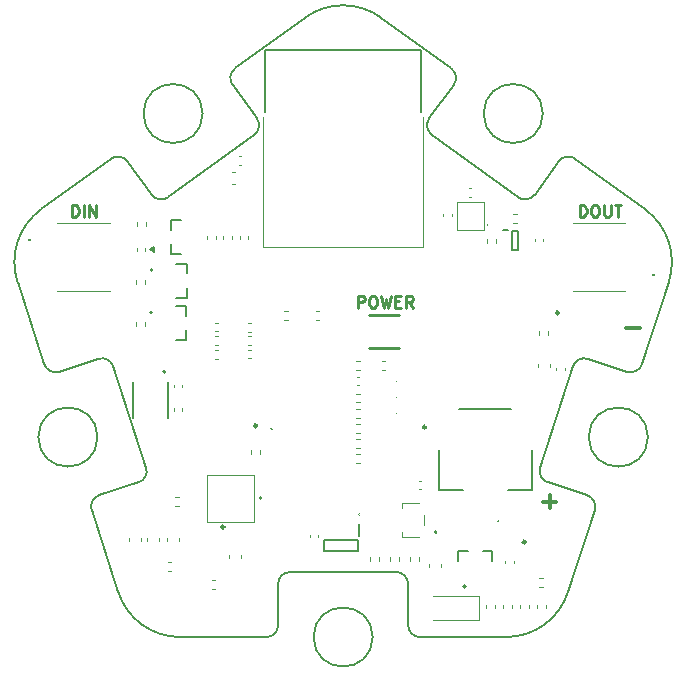
<source format=gbr>
%TF.GenerationSoftware,KiCad,Pcbnew,7.0.5*%
%TF.CreationDate,2024-03-28T22:27:53-05:00*%
%TF.ProjectId,LEDSphere,4c454453-7068-4657-9265-2e6b69636164,rev?*%
%TF.SameCoordinates,Original*%
%TF.FileFunction,Legend,Top*%
%TF.FilePolarity,Positive*%
%FSLAX46Y46*%
G04 Gerber Fmt 4.6, Leading zero omitted, Abs format (unit mm)*
G04 Created by KiCad (PCBNEW 7.0.5) date 2024-03-28 22:27:53*
%MOMM*%
%LPD*%
G01*
G04 APERTURE LIST*
%ADD10C,0.200000*%
%ADD11C,0.250000*%
%ADD12C,0.300000*%
%ADD13C,0.127000*%
%ADD14C,0.100000*%
%ADD15C,0.120000*%
G04 APERTURE END LIST*
D10*
X134080000Y-88530000D02*
X133730000Y-88310000D01*
X134080000Y-88080000D01*
X134080000Y-88530000D01*
G36*
X134080000Y-88530000D02*
G01*
X133730000Y-88310000D01*
X134080000Y-88080000D01*
X134080000Y-88530000D01*
G37*
D11*
X170149524Y-85544619D02*
X170149524Y-84544619D01*
X170149524Y-84544619D02*
X170387619Y-84544619D01*
X170387619Y-84544619D02*
X170530476Y-84592238D01*
X170530476Y-84592238D02*
X170625714Y-84687476D01*
X170625714Y-84687476D02*
X170673333Y-84782714D01*
X170673333Y-84782714D02*
X170720952Y-84973190D01*
X170720952Y-84973190D02*
X170720952Y-85116047D01*
X170720952Y-85116047D02*
X170673333Y-85306523D01*
X170673333Y-85306523D02*
X170625714Y-85401761D01*
X170625714Y-85401761D02*
X170530476Y-85497000D01*
X170530476Y-85497000D02*
X170387619Y-85544619D01*
X170387619Y-85544619D02*
X170149524Y-85544619D01*
X171340000Y-84544619D02*
X171530476Y-84544619D01*
X171530476Y-84544619D02*
X171625714Y-84592238D01*
X171625714Y-84592238D02*
X171720952Y-84687476D01*
X171720952Y-84687476D02*
X171768571Y-84877952D01*
X171768571Y-84877952D02*
X171768571Y-85211285D01*
X171768571Y-85211285D02*
X171720952Y-85401761D01*
X171720952Y-85401761D02*
X171625714Y-85497000D01*
X171625714Y-85497000D02*
X171530476Y-85544619D01*
X171530476Y-85544619D02*
X171340000Y-85544619D01*
X171340000Y-85544619D02*
X171244762Y-85497000D01*
X171244762Y-85497000D02*
X171149524Y-85401761D01*
X171149524Y-85401761D02*
X171101905Y-85211285D01*
X171101905Y-85211285D02*
X171101905Y-84877952D01*
X171101905Y-84877952D02*
X171149524Y-84687476D01*
X171149524Y-84687476D02*
X171244762Y-84592238D01*
X171244762Y-84592238D02*
X171340000Y-84544619D01*
X172197143Y-84544619D02*
X172197143Y-85354142D01*
X172197143Y-85354142D02*
X172244762Y-85449380D01*
X172244762Y-85449380D02*
X172292381Y-85497000D01*
X172292381Y-85497000D02*
X172387619Y-85544619D01*
X172387619Y-85544619D02*
X172578095Y-85544619D01*
X172578095Y-85544619D02*
X172673333Y-85497000D01*
X172673333Y-85497000D02*
X172720952Y-85449380D01*
X172720952Y-85449380D02*
X172768571Y-85354142D01*
X172768571Y-85354142D02*
X172768571Y-84544619D01*
X173101905Y-84544619D02*
X173673333Y-84544619D01*
X173387619Y-85544619D02*
X173387619Y-84544619D01*
X127152568Y-85544619D02*
X127152568Y-84544619D01*
X127152568Y-84544619D02*
X127390663Y-84544619D01*
X127390663Y-84544619D02*
X127533520Y-84592238D01*
X127533520Y-84592238D02*
X127628758Y-84687476D01*
X127628758Y-84687476D02*
X127676377Y-84782714D01*
X127676377Y-84782714D02*
X127723996Y-84973190D01*
X127723996Y-84973190D02*
X127723996Y-85116047D01*
X127723996Y-85116047D02*
X127676377Y-85306523D01*
X127676377Y-85306523D02*
X127628758Y-85401761D01*
X127628758Y-85401761D02*
X127533520Y-85497000D01*
X127533520Y-85497000D02*
X127390663Y-85544619D01*
X127390663Y-85544619D02*
X127152568Y-85544619D01*
X128152568Y-85544619D02*
X128152568Y-84544619D01*
X128628758Y-85544619D02*
X128628758Y-84544619D01*
X128628758Y-84544619D02*
X129200186Y-85544619D01*
X129200186Y-85544619D02*
X129200186Y-84544619D01*
D12*
X174094510Y-94979400D02*
X175237368Y-94979400D01*
X167024510Y-109669400D02*
X168167368Y-109669400D01*
X167595939Y-110240828D02*
X167595939Y-109097971D01*
D11*
X151352568Y-93244619D02*
X151352568Y-92244619D01*
X151352568Y-92244619D02*
X151733520Y-92244619D01*
X151733520Y-92244619D02*
X151828758Y-92292238D01*
X151828758Y-92292238D02*
X151876377Y-92339857D01*
X151876377Y-92339857D02*
X151923996Y-92435095D01*
X151923996Y-92435095D02*
X151923996Y-92577952D01*
X151923996Y-92577952D02*
X151876377Y-92673190D01*
X151876377Y-92673190D02*
X151828758Y-92720809D01*
X151828758Y-92720809D02*
X151733520Y-92768428D01*
X151733520Y-92768428D02*
X151352568Y-92768428D01*
X152543044Y-92244619D02*
X152733520Y-92244619D01*
X152733520Y-92244619D02*
X152828758Y-92292238D01*
X152828758Y-92292238D02*
X152923996Y-92387476D01*
X152923996Y-92387476D02*
X152971615Y-92577952D01*
X152971615Y-92577952D02*
X152971615Y-92911285D01*
X152971615Y-92911285D02*
X152923996Y-93101761D01*
X152923996Y-93101761D02*
X152828758Y-93197000D01*
X152828758Y-93197000D02*
X152733520Y-93244619D01*
X152733520Y-93244619D02*
X152543044Y-93244619D01*
X152543044Y-93244619D02*
X152447806Y-93197000D01*
X152447806Y-93197000D02*
X152352568Y-93101761D01*
X152352568Y-93101761D02*
X152304949Y-92911285D01*
X152304949Y-92911285D02*
X152304949Y-92577952D01*
X152304949Y-92577952D02*
X152352568Y-92387476D01*
X152352568Y-92387476D02*
X152447806Y-92292238D01*
X152447806Y-92292238D02*
X152543044Y-92244619D01*
X153304949Y-92244619D02*
X153543044Y-93244619D01*
X153543044Y-93244619D02*
X153733520Y-92530333D01*
X153733520Y-92530333D02*
X153923996Y-93244619D01*
X153923996Y-93244619D02*
X154162092Y-92244619D01*
X154543044Y-92720809D02*
X154876377Y-92720809D01*
X155019234Y-93244619D02*
X154543044Y-93244619D01*
X154543044Y-93244619D02*
X154543044Y-92244619D01*
X154543044Y-92244619D02*
X155019234Y-92244619D01*
X156019234Y-93244619D02*
X155685901Y-92768428D01*
X155447806Y-93244619D02*
X155447806Y-92244619D01*
X155447806Y-92244619D02*
X155828758Y-92244619D01*
X155828758Y-92244619D02*
X155923996Y-92292238D01*
X155923996Y-92292238D02*
X155971615Y-92339857D01*
X155971615Y-92339857D02*
X156019234Y-92435095D01*
X156019234Y-92435095D02*
X156019234Y-92577952D01*
X156019234Y-92577952D02*
X155971615Y-92673190D01*
X155971615Y-92673190D02*
X155923996Y-92720809D01*
X155923996Y-92720809D02*
X155828758Y-92768428D01*
X155828758Y-92768428D02*
X155447806Y-92768428D01*
D10*
X130651951Y-98219566D02*
X133433104Y-106779074D01*
X145612601Y-115628001D02*
G75*
G03*
X144612601Y-116627997I-1J-999999D01*
G01*
X144612601Y-120127997D02*
X144612601Y-116627997D01*
X170833318Y-97577546D02*
G75*
G03*
X169573251Y-98219566I-309018J-951054D01*
G01*
X163916909Y-121128007D02*
G75*
G03*
X169147719Y-117327590I-9J5500007D01*
G01*
X170833325Y-97577526D02*
X174162023Y-98659086D01*
X140970473Y-72986476D02*
G75*
G03*
X140749241Y-74383279I587827J-809024D01*
G01*
X157418713Y-77214838D02*
X159475961Y-74383279D01*
X164921111Y-83901689D02*
G75*
G03*
X166317899Y-83680476I587789J808989D01*
G01*
X170762836Y-109120707D02*
X167434138Y-108039148D01*
X164921097Y-83901708D02*
X157639944Y-78611640D01*
X174162014Y-98659115D02*
G75*
G03*
X175422096Y-98017046I308986J951115D01*
G01*
X132791077Y-108039187D02*
G75*
G03*
X133433103Y-106779074I-309077J951087D01*
G01*
X133907282Y-83680491D02*
G75*
G03*
X135304105Y-83901708I809018J587791D01*
G01*
X171404907Y-110380791D02*
G75*
G03*
X170762836Y-109120708I-951107J308991D01*
G01*
X124543942Y-84921047D02*
G75*
G03*
X122545951Y-91070236I3232818J-4449593D01*
G01*
X169771978Y-80627646D02*
G75*
G03*
X168375149Y-80848918I-587778J-809054D01*
G01*
X159475960Y-74383278D02*
G75*
G03*
X159254729Y-72986476I-809060J587778D01*
G01*
X175681259Y-84921049D02*
X169771950Y-80627685D01*
X177679192Y-91070217D02*
G75*
G03*
X175681259Y-84921049I-5230792J1699617D01*
G01*
X142585258Y-78611640D02*
X135304105Y-83901708D01*
X133907302Y-83680476D02*
X131850054Y-80848917D01*
X131077490Y-117327587D02*
G75*
G03*
X136308293Y-121127997I5230810J1699587D01*
G01*
X169147720Y-117327590D02*
X171404875Y-110380781D01*
X153345420Y-68693112D02*
G75*
G03*
X146879782Y-68693112I-3232819J-4449591D01*
G01*
X168375148Y-80848917D02*
X166317900Y-83680476D01*
X142585235Y-78611608D02*
G75*
G03*
X142806488Y-77214838I-587735J809008D01*
G01*
X145612601Y-115627997D02*
X154612601Y-115627997D01*
X122545951Y-91070236D02*
X124803106Y-98017046D01*
X156612601Y-121127997D02*
X163916909Y-121127997D01*
X136308293Y-121127997D02*
X143612601Y-121127997D01*
X131850011Y-80848948D02*
G75*
G03*
X130453252Y-80627685I-809011J-587752D01*
G01*
X132791064Y-108039148D02*
X129462366Y-109120707D01*
X157418682Y-77214815D02*
G75*
G03*
X157639944Y-78611640I809018J-587785D01*
G01*
X166792137Y-106779087D02*
G75*
G03*
X167434138Y-108039147I951063J-309013D01*
G01*
X175422096Y-98017046D02*
X177679251Y-91070236D01*
X124803133Y-98017037D02*
G75*
G03*
X126063179Y-98659086I951067J309037D01*
G01*
X175913486Y-104198913D02*
G75*
G03*
X175913486Y-104198913I-2500000J0D01*
G01*
X155612601Y-116627997D02*
X155612601Y-120127997D01*
X130651968Y-98219560D02*
G75*
G03*
X129391877Y-97577526I-951068J-309040D01*
G01*
X126063179Y-98659086D02*
X129391877Y-97577526D01*
X155612603Y-120127997D02*
G75*
G03*
X156612601Y-121127997I999997J-3D01*
G01*
X138211862Y-76807081D02*
G75*
G03*
X138211862Y-76807081I-2500000J0D01*
G01*
X130453252Y-80627685D02*
X124543943Y-84921049D01*
X152612601Y-121127997D02*
G75*
G03*
X152612601Y-121127997I-2500000J0D01*
G01*
X143612601Y-121128001D02*
G75*
G03*
X144612601Y-120127997I-1J1000001D01*
G01*
X155612603Y-116627997D02*
G75*
G03*
X154612601Y-115627997I-1000003J-3D01*
G01*
X146879782Y-68693112D02*
X140970473Y-72986476D01*
X128820327Y-110380781D02*
X131077482Y-117327590D01*
X167013340Y-76807081D02*
G75*
G03*
X167013340Y-76807081I-2500000J0D01*
G01*
X129462377Y-109120741D02*
G75*
G03*
X128820328Y-110380781I309023J-951059D01*
G01*
X140749241Y-74383279D02*
X142806489Y-77214838D01*
X166792098Y-106779074D02*
X169573251Y-98219566D01*
X159254729Y-72986476D02*
X153345420Y-68693112D01*
X129311716Y-104198913D02*
G75*
G03*
X129311716Y-104198913I-2500000J0D01*
G01*
D13*
%TO.C,U200*%
X135285000Y-99580000D02*
X135285000Y-102580000D01*
X132285000Y-99580000D02*
X132285000Y-102580000D01*
D10*
X135060000Y-98670000D02*
G75*
G03*
X135060000Y-98670000I-100000J0D01*
G01*
D11*
%TO.C,IC2*%
X142825000Y-103240000D02*
G75*
G03*
X142825000Y-103240000I-125000J0D01*
G01*
D13*
%TO.C,Q100*%
X136410000Y-88720000D02*
X135555000Y-88720000D01*
X135555000Y-88720000D02*
X135555000Y-87895000D01*
X135555000Y-85820000D02*
X136410000Y-85820000D01*
X135555000Y-85820000D02*
X135555000Y-86645000D01*
D14*
%TO.C,J101*%
X169535000Y-91870000D02*
X169535000Y-91870000D01*
X169535000Y-91870000D02*
X173985000Y-91870000D01*
X173985000Y-91870000D02*
X169535000Y-91870000D01*
X173985000Y-91870000D02*
X173985000Y-91870000D01*
D10*
X176330000Y-90460000D02*
X176330000Y-90460000D01*
X176330000Y-90460000D02*
X176330000Y-90460000D01*
X176430000Y-90460000D02*
X176430000Y-90460000D01*
D14*
X169535000Y-86070000D02*
X169535000Y-86070000D01*
X169535000Y-86070000D02*
X173985000Y-86070000D01*
X173985000Y-86070000D02*
X169535000Y-86070000D01*
X173985000Y-86070000D02*
X173985000Y-86070000D01*
D10*
X176430000Y-90460000D02*
G75*
G03*
X176330000Y-90460000I-50000J0D01*
G01*
X176330000Y-90460000D02*
G75*
G03*
X176430000Y-90460000I50000J0D01*
G01*
X176330000Y-90460000D02*
G75*
G03*
X176430000Y-90460000I50000J0D01*
G01*
D14*
%TO.C,J100*%
X130375000Y-86070000D02*
X130375000Y-86070000D01*
X130375000Y-86070000D02*
X125925000Y-86070000D01*
X125925000Y-86070000D02*
X130375000Y-86070000D01*
X125925000Y-86070000D02*
X125925000Y-86070000D01*
D10*
X123580000Y-87480000D02*
X123580000Y-87480000D01*
X123580000Y-87480000D02*
X123580000Y-87480000D01*
X123480000Y-87480000D02*
X123480000Y-87480000D01*
D14*
X130375000Y-91870000D02*
X130375000Y-91870000D01*
X130375000Y-91870000D02*
X125925000Y-91870000D01*
X125925000Y-91870000D02*
X130375000Y-91870000D01*
X125925000Y-91870000D02*
X125925000Y-91870000D01*
D10*
X123480000Y-87480000D02*
G75*
G03*
X123580000Y-87480000I50000J0D01*
G01*
X123580000Y-87480000D02*
G75*
G03*
X123480000Y-87480000I-50000J0D01*
G01*
X123580000Y-87480000D02*
G75*
G03*
X123480000Y-87480000I-50000J0D01*
G01*
D14*
%TO.C,IC1*%
X143360000Y-87130000D02*
X143360000Y-77130000D01*
X143360000Y-87130000D02*
X143360000Y-88130000D01*
X143360000Y-88130000D02*
X144360000Y-88130000D01*
D10*
X143500000Y-71390000D02*
X156700000Y-71390000D01*
X143500000Y-76690000D02*
X143500000Y-71390000D01*
D14*
X144360000Y-88130000D02*
X155840000Y-88130000D01*
X155840000Y-88130000D02*
X156840000Y-88130000D01*
D10*
X156700000Y-71390000D02*
X156700000Y-76690000D01*
D14*
X156840000Y-87130000D02*
X156840000Y-77130000D01*
X156840000Y-88130000D02*
X156840000Y-87130000D01*
%TO.C,U1*%
X162074830Y-86650000D02*
X159734830Y-86650000D01*
X162074830Y-84310000D02*
X162074830Y-86650000D01*
X162054830Y-84310000D02*
X159734830Y-84310000D01*
X159734830Y-84310000D02*
X159734830Y-86650000D01*
D10*
X162328170Y-86250000D02*
G75*
G03*
X162328170Y-86250000I-13340J0D01*
G01*
%TO.C,IC3*%
X164934830Y-88350000D02*
X164434830Y-88350000D01*
X164934830Y-86750000D02*
X164934830Y-88350000D01*
X164434830Y-88350000D02*
X164434830Y-86750000D01*
X164434830Y-86750000D02*
X164934830Y-86750000D01*
X163609830Y-86650000D02*
X164084830Y-86650000D01*
D14*
%TO.C,J200*%
X143965000Y-103490000D02*
X143965000Y-103490000D01*
X144065000Y-103490000D02*
X144065000Y-103490000D01*
X144065000Y-103490000D02*
G75*
G03*
X143965000Y-103490000I-50000J0D01*
G01*
X143965000Y-103490000D02*
G75*
G03*
X144065000Y-103490000I50000J0D01*
G01*
D15*
%TO.C,R7*%
X132555000Y-94763641D02*
X132555000Y-94456359D01*
X133315000Y-94763641D02*
X133315000Y-94456359D01*
%TO.C,R201*%
X151543641Y-103817500D02*
X151236359Y-103817500D01*
X151543641Y-103057500D02*
X151236359Y-103057500D01*
%TO.C,R8*%
X163080000Y-87436359D02*
X163080000Y-87743641D01*
X162320000Y-87436359D02*
X162320000Y-87743641D01*
%TO.C,C12*%
X168870000Y-98332164D02*
X168870000Y-98547836D01*
X168150000Y-98332164D02*
X168150000Y-98547836D01*
%TO.C,C207*%
X134560000Y-112714420D02*
X134560000Y-112995580D01*
X133540000Y-112714420D02*
X133540000Y-112995580D01*
%TO.C,C200*%
X151262164Y-99112500D02*
X151477836Y-99112500D01*
X151262164Y-99832500D02*
X151477836Y-99832500D01*
%TO.C,R209*%
X167043641Y-116930000D02*
X166736359Y-116930000D01*
X167043641Y-116170000D02*
X166736359Y-116170000D01*
D11*
%TO.C,IC200*%
X157125000Y-103365000D02*
G75*
G03*
X157125000Y-103365000I-125000J0D01*
G01*
D15*
%TO.C,C213*%
X165123332Y-118667836D02*
X165123332Y-118452164D01*
X165843332Y-118667836D02*
X165843332Y-118452164D01*
%TO.C,C209*%
X164560000Y-114652164D02*
X164560000Y-114867836D01*
X163840000Y-114652164D02*
X163840000Y-114867836D01*
%TO.C,C3*%
X153637836Y-98510000D02*
X153422164Y-98510000D01*
X153637836Y-97790000D02*
X153422164Y-97790000D01*
D11*
%TO.C,IC202*%
X140055000Y-111810000D02*
G75*
G03*
X140055000Y-111810000I-125000J0D01*
G01*
D15*
%TO.C,C1*%
X140990580Y-82760000D02*
X140709420Y-82760000D01*
X140990580Y-81740000D02*
X140709420Y-81740000D01*
%TO.C,C206*%
X132970000Y-112714420D02*
X132970000Y-112995580D01*
X131950000Y-112714420D02*
X131950000Y-112995580D01*
%TO.C,R204*%
X148093641Y-94300000D02*
X147786359Y-94300000D01*
X148093641Y-93540000D02*
X147786359Y-93540000D01*
%TO.C,R213*%
X138996359Y-116340000D02*
X139303641Y-116340000D01*
X138996359Y-117100000D02*
X139303641Y-117100000D01*
%TO.C,R2*%
X139236359Y-96800000D02*
X139543641Y-96800000D01*
X139236359Y-97560000D02*
X139543641Y-97560000D01*
%TO.C,C8*%
X167060000Y-87412164D02*
X167060000Y-87627836D01*
X166340000Y-87412164D02*
X166340000Y-87627836D01*
%TO.C,R6*%
X166720000Y-95523641D02*
X166720000Y-95216359D01*
X167480000Y-95523641D02*
X167480000Y-95216359D01*
%TO.C,R3*%
X142333641Y-96410000D02*
X142026359Y-96410000D01*
X142333641Y-95650000D02*
X142026359Y-95650000D01*
D13*
%TO.C,Q1*%
X135980000Y-93100000D02*
X136835000Y-93100000D01*
X136835000Y-93100000D02*
X136835000Y-93925000D01*
X136835000Y-96000000D02*
X135980000Y-96000000D01*
X136835000Y-96000000D02*
X136835000Y-95175000D01*
D10*
X133945000Y-93635000D02*
G75*
G03*
X133945000Y-93635000I-100000J0D01*
G01*
D15*
%TO.C,C205*%
X140420000Y-114455580D02*
X140420000Y-114174420D01*
X141440000Y-114455580D02*
X141440000Y-114174420D01*
%TO.C,C6*%
X139497836Y-95230000D02*
X139282164Y-95230000D01*
X139497836Y-94510000D02*
X139282164Y-94510000D01*
D14*
%TO.C,Q200*%
X155140000Y-112670000D02*
X156540000Y-112670000D01*
D10*
X157940000Y-112320000D02*
X157940000Y-112320000D01*
D14*
X155140000Y-112220000D02*
X155140000Y-112670000D01*
D10*
X157940000Y-112120000D02*
X157940000Y-112120000D01*
D14*
X156940000Y-111620000D02*
X156940000Y-110820000D01*
X155140000Y-110220000D02*
X155140000Y-109770000D01*
X155140000Y-109770000D02*
X156540000Y-109770000D01*
D10*
X157940000Y-112120000D02*
G75*
G03*
X157940000Y-112320000I0J-100000D01*
G01*
X157940000Y-112320000D02*
G75*
G03*
X157940000Y-112120000I0J100000D01*
G01*
D15*
%TO.C,R211*%
X152410000Y-114653641D02*
X152410000Y-114346359D01*
X153170000Y-114653641D02*
X153170000Y-114346359D01*
%TO.C,R5*%
X133335000Y-90936359D02*
X133335000Y-91243641D01*
X132575000Y-90936359D02*
X132575000Y-91243641D01*
%TO.C,C9*%
X160957836Y-83120000D02*
X160742164Y-83120000D01*
X160957836Y-83840000D02*
X160742164Y-83840000D01*
D14*
%TO.C,D201*%
X154690000Y-100827500D02*
G75*
G03*
X154690000Y-100827500I-50000J0D01*
G01*
D15*
%TO.C,C204*%
X147990000Y-112452164D02*
X147990000Y-112667836D01*
X147270000Y-112452164D02*
X147270000Y-112667836D01*
%TO.C,C202*%
X136510000Y-99772164D02*
X136510000Y-99987836D01*
X135790000Y-99772164D02*
X135790000Y-99987836D01*
%TO.C,C5*%
X141350000Y-87417836D02*
X141350000Y-87202164D01*
X142070000Y-87417836D02*
X142070000Y-87202164D01*
%TO.C,R216*%
X154110000Y-114653641D02*
X154110000Y-114346359D01*
X154870000Y-114653641D02*
X154870000Y-114346359D01*
%TO.C,C212*%
X158440000Y-114909420D02*
X158440000Y-115190580D01*
X157420000Y-114909420D02*
X157420000Y-115190580D01*
D14*
%TO.C,R212*%
X151450000Y-110760000D02*
X151450000Y-110760000D01*
X151450000Y-110660000D02*
X151450000Y-110660000D01*
X151450000Y-110660000D02*
G75*
G03*
X151450000Y-110760000I0J-50000D01*
G01*
X151450000Y-110760000D02*
G75*
G03*
X151450000Y-110660000I0J50000D01*
G01*
D15*
%TO.C,C7*%
X139497836Y-96390000D02*
X139282164Y-96390000D01*
X139497836Y-95670000D02*
X139282164Y-95670000D01*
%TO.C,R9*%
X164486359Y-86070000D02*
X164793641Y-86070000D01*
X164486359Y-85310000D02*
X164793641Y-85310000D01*
D11*
%TO.C,IC201*%
X165560000Y-113080000D02*
G75*
G03*
X165560000Y-113080000I-125000J0D01*
G01*
D15*
%TO.C,R4*%
X142026359Y-94510000D02*
X142333641Y-94510000D01*
X142026359Y-95270000D02*
X142333641Y-95270000D01*
%TO.C,C10*%
X158570000Y-85282164D02*
X158570000Y-85497836D01*
X159290000Y-85282164D02*
X159290000Y-85497836D01*
D13*
%TO.C,Q201*%
X159860000Y-114725000D02*
X159860000Y-113870000D01*
X159860000Y-113870000D02*
X160685000Y-113870000D01*
X162760000Y-113870000D02*
X162760000Y-114725000D01*
X162760000Y-113870000D02*
X161935000Y-113870000D01*
D10*
X160495000Y-116860000D02*
G75*
G03*
X160495000Y-116860000I-100000J0D01*
G01*
D15*
%TO.C,R206*%
X151236359Y-104330000D02*
X151543641Y-104330000D01*
X151236359Y-105090000D02*
X151543641Y-105090000D01*
%TO.C,R101*%
X138580000Y-87463641D02*
X138580000Y-87156359D01*
X139340000Y-87463641D02*
X139340000Y-87156359D01*
%TO.C,R215*%
X166550000Y-118713641D02*
X166550000Y-118406359D01*
X167310000Y-118713641D02*
X167310000Y-118406359D01*
%TO.C,C210*%
X135507836Y-115500000D02*
X135292164Y-115500000D01*
X135507836Y-114780000D02*
X135292164Y-114780000D01*
D13*
%TO.C,Q2*%
X136000000Y-89520000D02*
X136855000Y-89520000D01*
X136855000Y-89520000D02*
X136855000Y-90345000D01*
X136855000Y-92420000D02*
X136000000Y-92420000D01*
X136855000Y-92420000D02*
X136855000Y-91595000D01*
D10*
X133965000Y-90055000D02*
G75*
G03*
X133965000Y-90055000I-100000J0D01*
G01*
D15*
%TO.C,R217*%
X155810000Y-114653641D02*
X155810000Y-114346359D01*
X156570000Y-114653641D02*
X156570000Y-114346359D01*
%TO.C,R210*%
X136223641Y-110010000D02*
X135916359Y-110010000D01*
X136223641Y-109250000D02*
X135916359Y-109250000D01*
D10*
%TO.C,J201*%
X166110000Y-108698000D02*
X166110000Y-105273000D01*
X166110000Y-108698000D02*
X164060000Y-108698000D01*
X164356000Y-101849000D02*
X159964000Y-101849000D01*
X158210000Y-108698000D02*
X160260000Y-108698000D01*
X158210000Y-108698000D02*
X158210000Y-105273000D01*
X163281000Y-111280000D02*
G75*
G03*
X163281000Y-111280000I-52000J0D01*
G01*
D15*
%TO.C,C208*%
X136180000Y-112714420D02*
X136180000Y-112995580D01*
X135160000Y-112714420D02*
X135160000Y-112995580D01*
%TO.C,C2*%
X141507836Y-81160000D02*
X141292164Y-81160000D01*
X141507836Y-80440000D02*
X141292164Y-80440000D01*
D14*
%TO.C,D202*%
X154690000Y-99472500D02*
G75*
G03*
X154690000Y-99472500I-50000J0D01*
G01*
D15*
%TO.C,R200*%
X151543641Y-101272500D02*
X151236359Y-101272500D01*
X151543641Y-100512500D02*
X151236359Y-100512500D01*
%TO.C,R203*%
X145433641Y-94300000D02*
X145126359Y-94300000D01*
X145433641Y-93540000D02*
X145126359Y-93540000D01*
D14*
%TO.C,L200*%
X142580000Y-111405000D02*
X138580000Y-111405000D01*
X142580000Y-107405000D02*
X142580000Y-111405000D01*
X138580000Y-111405000D02*
X138580000Y-107405000D01*
X138580000Y-107405000D02*
X142580000Y-107405000D01*
X143246530Y-109391000D02*
G75*
G03*
X143246530Y-109391000I-126530J0D01*
G01*
D15*
%TO.C,R1*%
X139960000Y-87463641D02*
X139960000Y-87156359D01*
X140720000Y-87463641D02*
X140720000Y-87156359D01*
%TO.C,R208*%
X142320000Y-105623641D02*
X142320000Y-105316359D01*
X143080000Y-105623641D02*
X143080000Y-105316359D01*
%TO.C,C4*%
X142287836Y-97540000D02*
X142072164Y-97540000D01*
X142287836Y-96820000D02*
X142072164Y-96820000D01*
D11*
%TO.C,SW1*%
X152280000Y-93850000D02*
X154880000Y-93850000D01*
X152280000Y-96650000D02*
X154880000Y-96650000D01*
D15*
%TO.C,R214*%
X163656666Y-118713641D02*
X163656666Y-118406359D01*
X164416666Y-118713641D02*
X164416666Y-118406359D01*
%TO.C,C211*%
X162950000Y-118452164D02*
X162950000Y-118667836D01*
X162230000Y-118452164D02*
X162230000Y-118667836D01*
%TO.C,R202*%
X151543641Y-102545000D02*
X151236359Y-102545000D01*
X151543641Y-101785000D02*
X151236359Y-101785000D01*
D10*
%TO.C,IC203*%
X151460000Y-111550000D02*
X151460000Y-112600000D01*
X151360000Y-112950000D02*
X151360000Y-113850000D01*
X148460000Y-112950000D02*
X151360000Y-112950000D01*
X151360000Y-113850000D02*
X148460000Y-113850000D01*
X148460000Y-113850000D02*
X148460000Y-112950000D01*
D15*
%TO.C,C201*%
X135790000Y-101977836D02*
X135790000Y-101762164D01*
X136510000Y-101977836D02*
X136510000Y-101762164D01*
%TO.C,R102*%
X133390000Y-86016359D02*
X133390000Y-86323641D01*
X132630000Y-86016359D02*
X132630000Y-86323641D01*
%TO.C,R205*%
X151236359Y-105602500D02*
X151543641Y-105602500D01*
X151236359Y-106362500D02*
X151543641Y-106362500D01*
%TO.C,C11*%
X167600000Y-97989420D02*
X167600000Y-98270580D01*
X166580000Y-97989420D02*
X166580000Y-98270580D01*
D11*
%TO.C,IC4*%
X168380000Y-93680000D02*
G75*
G03*
X168380000Y-93680000I-125000J0D01*
G01*
D15*
%TO.C,C203*%
X156512164Y-107910000D02*
X156727836Y-107910000D01*
X156512164Y-108630000D02*
X156727836Y-108630000D01*
D14*
%TO.C,D200*%
X154690000Y-102182500D02*
G75*
G03*
X154690000Y-102182500I-50000J0D01*
G01*
D15*
%TO.C,R100*%
X133380000Y-88176359D02*
X133380000Y-88483641D01*
X132620000Y-88176359D02*
X132620000Y-88483641D01*
%TO.C,R207*%
X151523641Y-98540000D02*
X151216359Y-98540000D01*
X151523641Y-97780000D02*
X151216359Y-97780000D01*
%TO.C,D203*%
X161610000Y-119670000D02*
X161610000Y-117670000D01*
X161610000Y-119670000D02*
X157750000Y-119670000D01*
X161610000Y-117670000D02*
X157750000Y-117670000D01*
%TD*%
M02*

</source>
